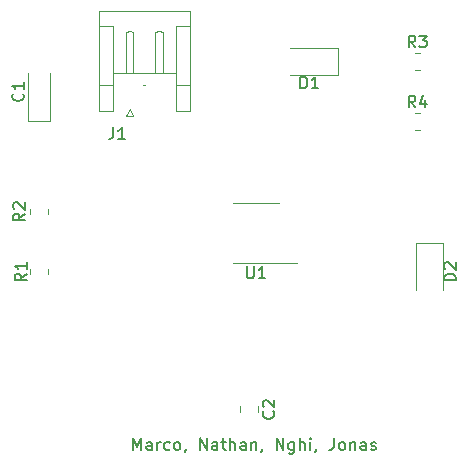
<source format=gbr>
%TF.GenerationSoftware,KiCad,Pcbnew,7.0.8*%
%TF.CreationDate,2023-10-28T09:33:15-07:00*%
%TF.ProjectId,lab2 KiCad,6c616232-204b-4694-9361-642e6b696361,rev?*%
%TF.SameCoordinates,Original*%
%TF.FileFunction,Legend,Top*%
%TF.FilePolarity,Positive*%
%FSLAX46Y46*%
G04 Gerber Fmt 4.6, Leading zero omitted, Abs format (unit mm)*
G04 Created by KiCad (PCBNEW 7.0.8) date 2023-10-28 09:33:15*
%MOMM*%
%LPD*%
G01*
G04 APERTURE LIST*
%ADD10C,0.150000*%
%ADD11C,0.120000*%
G04 APERTURE END LIST*
D10*
X170516779Y-126869819D02*
X170516779Y-125869819D01*
X170516779Y-125869819D02*
X170850112Y-126584104D01*
X170850112Y-126584104D02*
X171183445Y-125869819D01*
X171183445Y-125869819D02*
X171183445Y-126869819D01*
X172088207Y-126869819D02*
X172088207Y-126346009D01*
X172088207Y-126346009D02*
X172040588Y-126250771D01*
X172040588Y-126250771D02*
X171945350Y-126203152D01*
X171945350Y-126203152D02*
X171754874Y-126203152D01*
X171754874Y-126203152D02*
X171659636Y-126250771D01*
X172088207Y-126822200D02*
X171992969Y-126869819D01*
X171992969Y-126869819D02*
X171754874Y-126869819D01*
X171754874Y-126869819D02*
X171659636Y-126822200D01*
X171659636Y-126822200D02*
X171612017Y-126726961D01*
X171612017Y-126726961D02*
X171612017Y-126631723D01*
X171612017Y-126631723D02*
X171659636Y-126536485D01*
X171659636Y-126536485D02*
X171754874Y-126488866D01*
X171754874Y-126488866D02*
X171992969Y-126488866D01*
X171992969Y-126488866D02*
X172088207Y-126441247D01*
X172564398Y-126869819D02*
X172564398Y-126203152D01*
X172564398Y-126393628D02*
X172612017Y-126298390D01*
X172612017Y-126298390D02*
X172659636Y-126250771D01*
X172659636Y-126250771D02*
X172754874Y-126203152D01*
X172754874Y-126203152D02*
X172850112Y-126203152D01*
X173612017Y-126822200D02*
X173516779Y-126869819D01*
X173516779Y-126869819D02*
X173326303Y-126869819D01*
X173326303Y-126869819D02*
X173231065Y-126822200D01*
X173231065Y-126822200D02*
X173183446Y-126774580D01*
X173183446Y-126774580D02*
X173135827Y-126679342D01*
X173135827Y-126679342D02*
X173135827Y-126393628D01*
X173135827Y-126393628D02*
X173183446Y-126298390D01*
X173183446Y-126298390D02*
X173231065Y-126250771D01*
X173231065Y-126250771D02*
X173326303Y-126203152D01*
X173326303Y-126203152D02*
X173516779Y-126203152D01*
X173516779Y-126203152D02*
X173612017Y-126250771D01*
X174183446Y-126869819D02*
X174088208Y-126822200D01*
X174088208Y-126822200D02*
X174040589Y-126774580D01*
X174040589Y-126774580D02*
X173992970Y-126679342D01*
X173992970Y-126679342D02*
X173992970Y-126393628D01*
X173992970Y-126393628D02*
X174040589Y-126298390D01*
X174040589Y-126298390D02*
X174088208Y-126250771D01*
X174088208Y-126250771D02*
X174183446Y-126203152D01*
X174183446Y-126203152D02*
X174326303Y-126203152D01*
X174326303Y-126203152D02*
X174421541Y-126250771D01*
X174421541Y-126250771D02*
X174469160Y-126298390D01*
X174469160Y-126298390D02*
X174516779Y-126393628D01*
X174516779Y-126393628D02*
X174516779Y-126679342D01*
X174516779Y-126679342D02*
X174469160Y-126774580D01*
X174469160Y-126774580D02*
X174421541Y-126822200D01*
X174421541Y-126822200D02*
X174326303Y-126869819D01*
X174326303Y-126869819D02*
X174183446Y-126869819D01*
X174992970Y-126822200D02*
X174992970Y-126869819D01*
X174992970Y-126869819D02*
X174945351Y-126965057D01*
X174945351Y-126965057D02*
X174897732Y-127012676D01*
X176183446Y-126869819D02*
X176183446Y-125869819D01*
X176183446Y-125869819D02*
X176754874Y-126869819D01*
X176754874Y-126869819D02*
X176754874Y-125869819D01*
X177659636Y-126869819D02*
X177659636Y-126346009D01*
X177659636Y-126346009D02*
X177612017Y-126250771D01*
X177612017Y-126250771D02*
X177516779Y-126203152D01*
X177516779Y-126203152D02*
X177326303Y-126203152D01*
X177326303Y-126203152D02*
X177231065Y-126250771D01*
X177659636Y-126822200D02*
X177564398Y-126869819D01*
X177564398Y-126869819D02*
X177326303Y-126869819D01*
X177326303Y-126869819D02*
X177231065Y-126822200D01*
X177231065Y-126822200D02*
X177183446Y-126726961D01*
X177183446Y-126726961D02*
X177183446Y-126631723D01*
X177183446Y-126631723D02*
X177231065Y-126536485D01*
X177231065Y-126536485D02*
X177326303Y-126488866D01*
X177326303Y-126488866D02*
X177564398Y-126488866D01*
X177564398Y-126488866D02*
X177659636Y-126441247D01*
X177992970Y-126203152D02*
X178373922Y-126203152D01*
X178135827Y-125869819D02*
X178135827Y-126726961D01*
X178135827Y-126726961D02*
X178183446Y-126822200D01*
X178183446Y-126822200D02*
X178278684Y-126869819D01*
X178278684Y-126869819D02*
X178373922Y-126869819D01*
X178707256Y-126869819D02*
X178707256Y-125869819D01*
X179135827Y-126869819D02*
X179135827Y-126346009D01*
X179135827Y-126346009D02*
X179088208Y-126250771D01*
X179088208Y-126250771D02*
X178992970Y-126203152D01*
X178992970Y-126203152D02*
X178850113Y-126203152D01*
X178850113Y-126203152D02*
X178754875Y-126250771D01*
X178754875Y-126250771D02*
X178707256Y-126298390D01*
X180040589Y-126869819D02*
X180040589Y-126346009D01*
X180040589Y-126346009D02*
X179992970Y-126250771D01*
X179992970Y-126250771D02*
X179897732Y-126203152D01*
X179897732Y-126203152D02*
X179707256Y-126203152D01*
X179707256Y-126203152D02*
X179612018Y-126250771D01*
X180040589Y-126822200D02*
X179945351Y-126869819D01*
X179945351Y-126869819D02*
X179707256Y-126869819D01*
X179707256Y-126869819D02*
X179612018Y-126822200D01*
X179612018Y-126822200D02*
X179564399Y-126726961D01*
X179564399Y-126726961D02*
X179564399Y-126631723D01*
X179564399Y-126631723D02*
X179612018Y-126536485D01*
X179612018Y-126536485D02*
X179707256Y-126488866D01*
X179707256Y-126488866D02*
X179945351Y-126488866D01*
X179945351Y-126488866D02*
X180040589Y-126441247D01*
X180516780Y-126203152D02*
X180516780Y-126869819D01*
X180516780Y-126298390D02*
X180564399Y-126250771D01*
X180564399Y-126250771D02*
X180659637Y-126203152D01*
X180659637Y-126203152D02*
X180802494Y-126203152D01*
X180802494Y-126203152D02*
X180897732Y-126250771D01*
X180897732Y-126250771D02*
X180945351Y-126346009D01*
X180945351Y-126346009D02*
X180945351Y-126869819D01*
X181469161Y-126822200D02*
X181469161Y-126869819D01*
X181469161Y-126869819D02*
X181421542Y-126965057D01*
X181421542Y-126965057D02*
X181373923Y-127012676D01*
X182659637Y-126869819D02*
X182659637Y-125869819D01*
X182659637Y-125869819D02*
X183231065Y-126869819D01*
X183231065Y-126869819D02*
X183231065Y-125869819D01*
X184135827Y-126203152D02*
X184135827Y-127012676D01*
X184135827Y-127012676D02*
X184088208Y-127107914D01*
X184088208Y-127107914D02*
X184040589Y-127155533D01*
X184040589Y-127155533D02*
X183945351Y-127203152D01*
X183945351Y-127203152D02*
X183802494Y-127203152D01*
X183802494Y-127203152D02*
X183707256Y-127155533D01*
X184135827Y-126822200D02*
X184040589Y-126869819D01*
X184040589Y-126869819D02*
X183850113Y-126869819D01*
X183850113Y-126869819D02*
X183754875Y-126822200D01*
X183754875Y-126822200D02*
X183707256Y-126774580D01*
X183707256Y-126774580D02*
X183659637Y-126679342D01*
X183659637Y-126679342D02*
X183659637Y-126393628D01*
X183659637Y-126393628D02*
X183707256Y-126298390D01*
X183707256Y-126298390D02*
X183754875Y-126250771D01*
X183754875Y-126250771D02*
X183850113Y-126203152D01*
X183850113Y-126203152D02*
X184040589Y-126203152D01*
X184040589Y-126203152D02*
X184135827Y-126250771D01*
X184612018Y-126869819D02*
X184612018Y-125869819D01*
X185040589Y-126869819D02*
X185040589Y-126346009D01*
X185040589Y-126346009D02*
X184992970Y-126250771D01*
X184992970Y-126250771D02*
X184897732Y-126203152D01*
X184897732Y-126203152D02*
X184754875Y-126203152D01*
X184754875Y-126203152D02*
X184659637Y-126250771D01*
X184659637Y-126250771D02*
X184612018Y-126298390D01*
X185516780Y-126869819D02*
X185516780Y-126203152D01*
X185516780Y-125869819D02*
X185469161Y-125917438D01*
X185469161Y-125917438D02*
X185516780Y-125965057D01*
X185516780Y-125965057D02*
X185564399Y-125917438D01*
X185564399Y-125917438D02*
X185516780Y-125869819D01*
X185516780Y-125869819D02*
X185516780Y-125965057D01*
X186040589Y-126822200D02*
X186040589Y-126869819D01*
X186040589Y-126869819D02*
X185992970Y-126965057D01*
X185992970Y-126965057D02*
X185945351Y-127012676D01*
X187516779Y-125869819D02*
X187516779Y-126584104D01*
X187516779Y-126584104D02*
X187469160Y-126726961D01*
X187469160Y-126726961D02*
X187373922Y-126822200D01*
X187373922Y-126822200D02*
X187231065Y-126869819D01*
X187231065Y-126869819D02*
X187135827Y-126869819D01*
X188135827Y-126869819D02*
X188040589Y-126822200D01*
X188040589Y-126822200D02*
X187992970Y-126774580D01*
X187992970Y-126774580D02*
X187945351Y-126679342D01*
X187945351Y-126679342D02*
X187945351Y-126393628D01*
X187945351Y-126393628D02*
X187992970Y-126298390D01*
X187992970Y-126298390D02*
X188040589Y-126250771D01*
X188040589Y-126250771D02*
X188135827Y-126203152D01*
X188135827Y-126203152D02*
X188278684Y-126203152D01*
X188278684Y-126203152D02*
X188373922Y-126250771D01*
X188373922Y-126250771D02*
X188421541Y-126298390D01*
X188421541Y-126298390D02*
X188469160Y-126393628D01*
X188469160Y-126393628D02*
X188469160Y-126679342D01*
X188469160Y-126679342D02*
X188421541Y-126774580D01*
X188421541Y-126774580D02*
X188373922Y-126822200D01*
X188373922Y-126822200D02*
X188278684Y-126869819D01*
X188278684Y-126869819D02*
X188135827Y-126869819D01*
X188897732Y-126203152D02*
X188897732Y-126869819D01*
X188897732Y-126298390D02*
X188945351Y-126250771D01*
X188945351Y-126250771D02*
X189040589Y-126203152D01*
X189040589Y-126203152D02*
X189183446Y-126203152D01*
X189183446Y-126203152D02*
X189278684Y-126250771D01*
X189278684Y-126250771D02*
X189326303Y-126346009D01*
X189326303Y-126346009D02*
X189326303Y-126869819D01*
X190231065Y-126869819D02*
X190231065Y-126346009D01*
X190231065Y-126346009D02*
X190183446Y-126250771D01*
X190183446Y-126250771D02*
X190088208Y-126203152D01*
X190088208Y-126203152D02*
X189897732Y-126203152D01*
X189897732Y-126203152D02*
X189802494Y-126250771D01*
X190231065Y-126822200D02*
X190135827Y-126869819D01*
X190135827Y-126869819D02*
X189897732Y-126869819D01*
X189897732Y-126869819D02*
X189802494Y-126822200D01*
X189802494Y-126822200D02*
X189754875Y-126726961D01*
X189754875Y-126726961D02*
X189754875Y-126631723D01*
X189754875Y-126631723D02*
X189802494Y-126536485D01*
X189802494Y-126536485D02*
X189897732Y-126488866D01*
X189897732Y-126488866D02*
X190135827Y-126488866D01*
X190135827Y-126488866D02*
X190231065Y-126441247D01*
X190659637Y-126822200D02*
X190754875Y-126869819D01*
X190754875Y-126869819D02*
X190945351Y-126869819D01*
X190945351Y-126869819D02*
X191040589Y-126822200D01*
X191040589Y-126822200D02*
X191088208Y-126726961D01*
X191088208Y-126726961D02*
X191088208Y-126679342D01*
X191088208Y-126679342D02*
X191040589Y-126584104D01*
X191040589Y-126584104D02*
X190945351Y-126536485D01*
X190945351Y-126536485D02*
X190802494Y-126536485D01*
X190802494Y-126536485D02*
X190707256Y-126488866D01*
X190707256Y-126488866D02*
X190659637Y-126393628D01*
X190659637Y-126393628D02*
X190659637Y-126346009D01*
X190659637Y-126346009D02*
X190707256Y-126250771D01*
X190707256Y-126250771D02*
X190802494Y-126203152D01*
X190802494Y-126203152D02*
X190945351Y-126203152D01*
X190945351Y-126203152D02*
X191040589Y-126250771D01*
X161364819Y-106846666D02*
X160888628Y-107179999D01*
X161364819Y-107418094D02*
X160364819Y-107418094D01*
X160364819Y-107418094D02*
X160364819Y-107037142D01*
X160364819Y-107037142D02*
X160412438Y-106941904D01*
X160412438Y-106941904D02*
X160460057Y-106894285D01*
X160460057Y-106894285D02*
X160555295Y-106846666D01*
X160555295Y-106846666D02*
X160698152Y-106846666D01*
X160698152Y-106846666D02*
X160793390Y-106894285D01*
X160793390Y-106894285D02*
X160841009Y-106941904D01*
X160841009Y-106941904D02*
X160888628Y-107037142D01*
X160888628Y-107037142D02*
X160888628Y-107418094D01*
X160460057Y-106465713D02*
X160412438Y-106418094D01*
X160412438Y-106418094D02*
X160364819Y-106322856D01*
X160364819Y-106322856D02*
X160364819Y-106084761D01*
X160364819Y-106084761D02*
X160412438Y-105989523D01*
X160412438Y-105989523D02*
X160460057Y-105941904D01*
X160460057Y-105941904D02*
X160555295Y-105894285D01*
X160555295Y-105894285D02*
X160650533Y-105894285D01*
X160650533Y-105894285D02*
X160793390Y-105941904D01*
X160793390Y-105941904D02*
X161364819Y-106513332D01*
X161364819Y-106513332D02*
X161364819Y-105894285D01*
X184681905Y-96254819D02*
X184681905Y-95254819D01*
X184681905Y-95254819D02*
X184920000Y-95254819D01*
X184920000Y-95254819D02*
X185062857Y-95302438D01*
X185062857Y-95302438D02*
X185158095Y-95397676D01*
X185158095Y-95397676D02*
X185205714Y-95492914D01*
X185205714Y-95492914D02*
X185253333Y-95683390D01*
X185253333Y-95683390D02*
X185253333Y-95826247D01*
X185253333Y-95826247D02*
X185205714Y-96016723D01*
X185205714Y-96016723D02*
X185158095Y-96111961D01*
X185158095Y-96111961D02*
X185062857Y-96207200D01*
X185062857Y-96207200D02*
X184920000Y-96254819D01*
X184920000Y-96254819D02*
X184681905Y-96254819D01*
X186205714Y-96254819D02*
X185634286Y-96254819D01*
X185920000Y-96254819D02*
X185920000Y-95254819D01*
X185920000Y-95254819D02*
X185824762Y-95397676D01*
X185824762Y-95397676D02*
X185729524Y-95492914D01*
X185729524Y-95492914D02*
X185634286Y-95540533D01*
X180148095Y-111324819D02*
X180148095Y-112134342D01*
X180148095Y-112134342D02*
X180195714Y-112229580D01*
X180195714Y-112229580D02*
X180243333Y-112277200D01*
X180243333Y-112277200D02*
X180338571Y-112324819D01*
X180338571Y-112324819D02*
X180529047Y-112324819D01*
X180529047Y-112324819D02*
X180624285Y-112277200D01*
X180624285Y-112277200D02*
X180671904Y-112229580D01*
X180671904Y-112229580D02*
X180719523Y-112134342D01*
X180719523Y-112134342D02*
X180719523Y-111324819D01*
X181719523Y-112324819D02*
X181148095Y-112324819D01*
X181433809Y-112324819D02*
X181433809Y-111324819D01*
X181433809Y-111324819D02*
X181338571Y-111467676D01*
X181338571Y-111467676D02*
X181243333Y-111562914D01*
X181243333Y-111562914D02*
X181148095Y-111610533D01*
X182379580Y-123589166D02*
X182427200Y-123636785D01*
X182427200Y-123636785D02*
X182474819Y-123779642D01*
X182474819Y-123779642D02*
X182474819Y-123874880D01*
X182474819Y-123874880D02*
X182427200Y-124017737D01*
X182427200Y-124017737D02*
X182331961Y-124112975D01*
X182331961Y-124112975D02*
X182236723Y-124160594D01*
X182236723Y-124160594D02*
X182046247Y-124208213D01*
X182046247Y-124208213D02*
X181903390Y-124208213D01*
X181903390Y-124208213D02*
X181712914Y-124160594D01*
X181712914Y-124160594D02*
X181617676Y-124112975D01*
X181617676Y-124112975D02*
X181522438Y-124017737D01*
X181522438Y-124017737D02*
X181474819Y-123874880D01*
X181474819Y-123874880D02*
X181474819Y-123779642D01*
X181474819Y-123779642D02*
X181522438Y-123636785D01*
X181522438Y-123636785D02*
X181570057Y-123589166D01*
X181570057Y-123208213D02*
X181522438Y-123160594D01*
X181522438Y-123160594D02*
X181474819Y-123065356D01*
X181474819Y-123065356D02*
X181474819Y-122827261D01*
X181474819Y-122827261D02*
X181522438Y-122732023D01*
X181522438Y-122732023D02*
X181570057Y-122684404D01*
X181570057Y-122684404D02*
X181665295Y-122636785D01*
X181665295Y-122636785D02*
X181760533Y-122636785D01*
X181760533Y-122636785D02*
X181903390Y-122684404D01*
X181903390Y-122684404D02*
X182474819Y-123255832D01*
X182474819Y-123255832D02*
X182474819Y-122636785D01*
X161490819Y-111926666D02*
X161014628Y-112259999D01*
X161490819Y-112498094D02*
X160490819Y-112498094D01*
X160490819Y-112498094D02*
X160490819Y-112117142D01*
X160490819Y-112117142D02*
X160538438Y-112021904D01*
X160538438Y-112021904D02*
X160586057Y-111974285D01*
X160586057Y-111974285D02*
X160681295Y-111926666D01*
X160681295Y-111926666D02*
X160824152Y-111926666D01*
X160824152Y-111926666D02*
X160919390Y-111974285D01*
X160919390Y-111974285D02*
X160967009Y-112021904D01*
X160967009Y-112021904D02*
X161014628Y-112117142D01*
X161014628Y-112117142D02*
X161014628Y-112498094D01*
X161490819Y-110974285D02*
X161490819Y-111545713D01*
X161490819Y-111259999D02*
X160490819Y-111259999D01*
X160490819Y-111259999D02*
X160633676Y-111355237D01*
X160633676Y-111355237D02*
X160728914Y-111450475D01*
X160728914Y-111450475D02*
X160776533Y-111545713D01*
X197854819Y-112498094D02*
X196854819Y-112498094D01*
X196854819Y-112498094D02*
X196854819Y-112259999D01*
X196854819Y-112259999D02*
X196902438Y-112117142D01*
X196902438Y-112117142D02*
X196997676Y-112021904D01*
X196997676Y-112021904D02*
X197092914Y-111974285D01*
X197092914Y-111974285D02*
X197283390Y-111926666D01*
X197283390Y-111926666D02*
X197426247Y-111926666D01*
X197426247Y-111926666D02*
X197616723Y-111974285D01*
X197616723Y-111974285D02*
X197711961Y-112021904D01*
X197711961Y-112021904D02*
X197807200Y-112117142D01*
X197807200Y-112117142D02*
X197854819Y-112259999D01*
X197854819Y-112259999D02*
X197854819Y-112498094D01*
X196950057Y-111545713D02*
X196902438Y-111498094D01*
X196902438Y-111498094D02*
X196854819Y-111402856D01*
X196854819Y-111402856D02*
X196854819Y-111164761D01*
X196854819Y-111164761D02*
X196902438Y-111069523D01*
X196902438Y-111069523D02*
X196950057Y-111021904D01*
X196950057Y-111021904D02*
X197045295Y-110974285D01*
X197045295Y-110974285D02*
X197140533Y-110974285D01*
X197140533Y-110974285D02*
X197283390Y-111021904D01*
X197283390Y-111021904D02*
X197854819Y-111593332D01*
X197854819Y-111593332D02*
X197854819Y-110974285D01*
X168830666Y-99530819D02*
X168830666Y-100245104D01*
X168830666Y-100245104D02*
X168783047Y-100387961D01*
X168783047Y-100387961D02*
X168687809Y-100483200D01*
X168687809Y-100483200D02*
X168544952Y-100530819D01*
X168544952Y-100530819D02*
X168449714Y-100530819D01*
X169830666Y-100530819D02*
X169259238Y-100530819D01*
X169544952Y-100530819D02*
X169544952Y-99530819D01*
X169544952Y-99530819D02*
X169449714Y-99673676D01*
X169449714Y-99673676D02*
X169354476Y-99768914D01*
X169354476Y-99768914D02*
X169259238Y-99816533D01*
X194413333Y-92784819D02*
X194080000Y-92308628D01*
X193841905Y-92784819D02*
X193841905Y-91784819D01*
X193841905Y-91784819D02*
X194222857Y-91784819D01*
X194222857Y-91784819D02*
X194318095Y-91832438D01*
X194318095Y-91832438D02*
X194365714Y-91880057D01*
X194365714Y-91880057D02*
X194413333Y-91975295D01*
X194413333Y-91975295D02*
X194413333Y-92118152D01*
X194413333Y-92118152D02*
X194365714Y-92213390D01*
X194365714Y-92213390D02*
X194318095Y-92261009D01*
X194318095Y-92261009D02*
X194222857Y-92308628D01*
X194222857Y-92308628D02*
X193841905Y-92308628D01*
X194746667Y-91784819D02*
X195365714Y-91784819D01*
X195365714Y-91784819D02*
X195032381Y-92165771D01*
X195032381Y-92165771D02*
X195175238Y-92165771D01*
X195175238Y-92165771D02*
X195270476Y-92213390D01*
X195270476Y-92213390D02*
X195318095Y-92261009D01*
X195318095Y-92261009D02*
X195365714Y-92356247D01*
X195365714Y-92356247D02*
X195365714Y-92594342D01*
X195365714Y-92594342D02*
X195318095Y-92689580D01*
X195318095Y-92689580D02*
X195270476Y-92737200D01*
X195270476Y-92737200D02*
X195175238Y-92784819D01*
X195175238Y-92784819D02*
X194889524Y-92784819D01*
X194889524Y-92784819D02*
X194794286Y-92737200D01*
X194794286Y-92737200D02*
X194746667Y-92689580D01*
X161169580Y-96686666D02*
X161217200Y-96734285D01*
X161217200Y-96734285D02*
X161264819Y-96877142D01*
X161264819Y-96877142D02*
X161264819Y-96972380D01*
X161264819Y-96972380D02*
X161217200Y-97115237D01*
X161217200Y-97115237D02*
X161121961Y-97210475D01*
X161121961Y-97210475D02*
X161026723Y-97258094D01*
X161026723Y-97258094D02*
X160836247Y-97305713D01*
X160836247Y-97305713D02*
X160693390Y-97305713D01*
X160693390Y-97305713D02*
X160502914Y-97258094D01*
X160502914Y-97258094D02*
X160407676Y-97210475D01*
X160407676Y-97210475D02*
X160312438Y-97115237D01*
X160312438Y-97115237D02*
X160264819Y-96972380D01*
X160264819Y-96972380D02*
X160264819Y-96877142D01*
X160264819Y-96877142D02*
X160312438Y-96734285D01*
X160312438Y-96734285D02*
X160360057Y-96686666D01*
X161264819Y-95734285D02*
X161264819Y-96305713D01*
X161264819Y-96019999D02*
X160264819Y-96019999D01*
X160264819Y-96019999D02*
X160407676Y-96115237D01*
X160407676Y-96115237D02*
X160502914Y-96210475D01*
X160502914Y-96210475D02*
X160550533Y-96305713D01*
X194413333Y-97864819D02*
X194080000Y-97388628D01*
X193841905Y-97864819D02*
X193841905Y-96864819D01*
X193841905Y-96864819D02*
X194222857Y-96864819D01*
X194222857Y-96864819D02*
X194318095Y-96912438D01*
X194318095Y-96912438D02*
X194365714Y-96960057D01*
X194365714Y-96960057D02*
X194413333Y-97055295D01*
X194413333Y-97055295D02*
X194413333Y-97198152D01*
X194413333Y-97198152D02*
X194365714Y-97293390D01*
X194365714Y-97293390D02*
X194318095Y-97341009D01*
X194318095Y-97341009D02*
X194222857Y-97388628D01*
X194222857Y-97388628D02*
X193841905Y-97388628D01*
X195270476Y-97198152D02*
X195270476Y-97864819D01*
X195032381Y-96817200D02*
X194794286Y-97531485D01*
X194794286Y-97531485D02*
X195413333Y-97531485D01*
D11*
%TO.C,R2*%
X161825000Y-106907064D02*
X161825000Y-106452936D01*
X163295000Y-106907064D02*
X163295000Y-106452936D01*
%TO.C,D1*%
X187880000Y-95115000D02*
X187880000Y-92845000D01*
X187880000Y-92845000D02*
X183820000Y-92845000D01*
X183820000Y-95115000D02*
X187880000Y-95115000D01*
%TO.C,U1*%
X180910000Y-111030000D02*
X184360000Y-111030000D01*
X180910000Y-111030000D02*
X178960000Y-111030000D01*
X180910000Y-105910000D02*
X182860000Y-105910000D01*
X180910000Y-105910000D02*
X178960000Y-105910000D01*
%TO.C,C2*%
X181075000Y-123161248D02*
X181075000Y-123683752D01*
X179605000Y-123161248D02*
X179605000Y-123683752D01*
%TO.C,R1*%
X161825000Y-111987064D02*
X161825000Y-111532936D01*
X163295000Y-111987064D02*
X163295000Y-111532936D01*
%TO.C,D2*%
X196715000Y-109300000D02*
X194445000Y-109300000D01*
X194445000Y-109300000D02*
X194445000Y-113360000D01*
X196715000Y-113360000D02*
X196715000Y-109300000D01*
%TO.C,J1*%
X167610000Y-89710000D02*
X175330000Y-89710000D01*
X167610000Y-90930000D02*
X168830000Y-90930000D01*
X167610000Y-98130000D02*
X167610000Y-89710000D01*
X168830000Y-90930000D02*
X168830000Y-95930000D01*
X168830000Y-94930000D02*
X174110000Y-94930000D01*
X168830000Y-95930000D02*
X167610000Y-95930000D01*
X168830000Y-95930000D02*
X168830000Y-98130000D01*
X168830000Y-98130000D02*
X167610000Y-98130000D01*
X169900000Y-91510000D02*
X170220000Y-91430000D01*
X169900000Y-94930000D02*
X169900000Y-91510000D01*
X169920000Y-98620000D02*
X170520000Y-98620000D01*
X170220000Y-91430000D02*
X170540000Y-91510000D01*
X170220000Y-94930000D02*
X169900000Y-94930000D01*
X170220000Y-98020000D02*
X169920000Y-98620000D01*
X170520000Y-98620000D02*
X170220000Y-98020000D01*
X170540000Y-91510000D02*
X170540000Y-94930000D01*
X170540000Y-94930000D02*
X170220000Y-94930000D01*
X171390000Y-95930000D02*
X171550000Y-95930000D01*
X172400000Y-91510000D02*
X172720000Y-91430000D01*
X172400000Y-94930000D02*
X172400000Y-91510000D01*
X172720000Y-91430000D02*
X173040000Y-91510000D01*
X172720000Y-94930000D02*
X172400000Y-94930000D01*
X173040000Y-91510000D02*
X173040000Y-94930000D01*
X173040000Y-94930000D02*
X172720000Y-94930000D01*
X174110000Y-90930000D02*
X174110000Y-95930000D01*
X174110000Y-95930000D02*
X175330000Y-95930000D01*
X174110000Y-98130000D02*
X174110000Y-95930000D01*
X175330000Y-89710000D02*
X175330000Y-98130000D01*
X175330000Y-90930000D02*
X174110000Y-90930000D01*
X175330000Y-98130000D02*
X174110000Y-98130000D01*
%TO.C,R3*%
X194352936Y-93245000D02*
X194807064Y-93245000D01*
X194352936Y-94715000D02*
X194807064Y-94715000D01*
%TO.C,C1*%
X161625000Y-99005000D02*
X163495000Y-99005000D01*
X163495000Y-99005000D02*
X163495000Y-94920000D01*
X161625000Y-94920000D02*
X161625000Y-99005000D01*
%TO.C,R4*%
X194352936Y-98325000D02*
X194807064Y-98325000D01*
X194352936Y-99795000D02*
X194807064Y-99795000D01*
%TD*%
M02*

</source>
